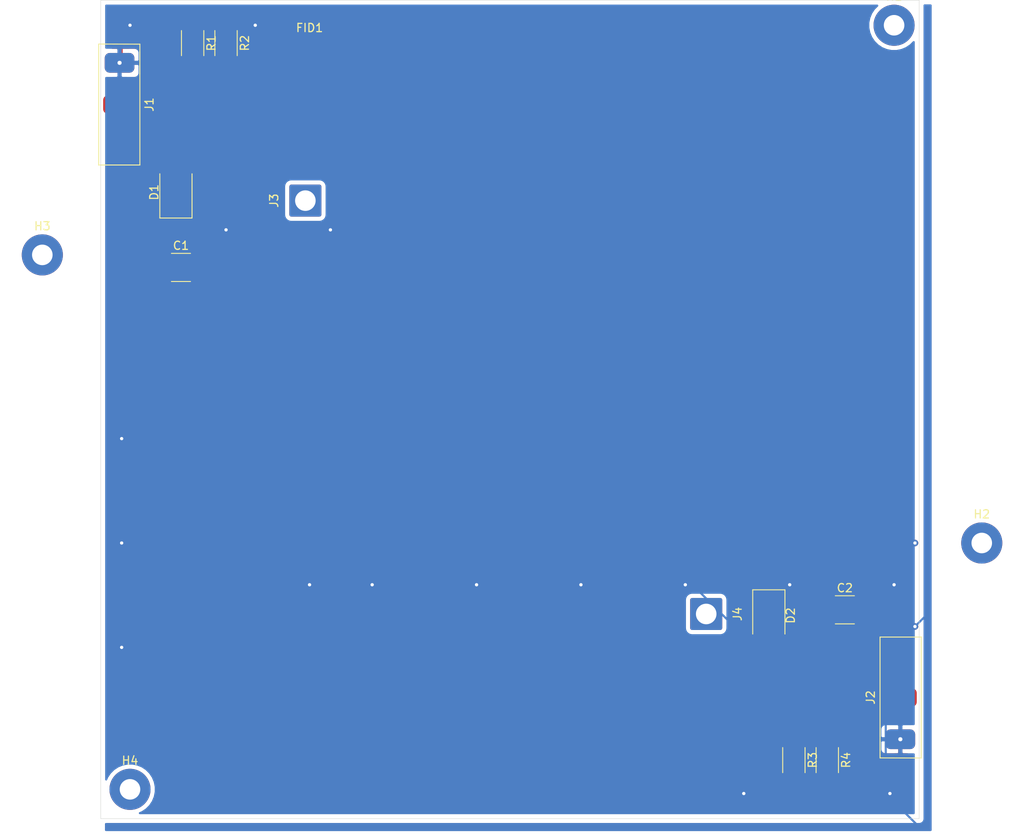
<source format=kicad_pcb>
(kicad_pcb (version 20171130) (host pcbnew "(5.1.10)-1")

  (general
    (thickness 1.6)
    (drawings 6)
    (tracks 75)
    (zones 0)
    (modules 17)
    (nets 7)
  )

  (page A4)
  (layers
    (0 F.Cu signal)
    (31 B.Cu signal hide)
    (32 B.Adhes user hide)
    (33 F.Adhes user hide)
    (34 B.Paste user hide)
    (35 F.Paste user hide)
    (36 B.SilkS user hide)
    (37 F.SilkS user hide)
    (38 B.Mask user hide)
    (39 F.Mask user hide)
    (40 Dwgs.User user hide)
    (41 Cmts.User user hide)
    (42 Eco1.User user hide)
    (43 Eco2.User user)
    (44 Edge.Cuts user)
    (45 Margin user hide)
    (46 B.CrtYd user)
    (47 F.CrtYd user)
    (48 B.Fab user)
    (49 F.Fab user)
  )

  (setup
    (last_trace_width 2.1844)
    (user_trace_width 1.0922)
    (user_trace_width 2.1844)
    (trace_clearance 0.2)
    (zone_clearance 1.27)
    (zone_45_only no)
    (trace_min 0.2)
    (via_size 0.8)
    (via_drill 0.4)
    (via_min_size 0.4)
    (via_min_drill 0.3)
    (user_via 1 0.3)
    (uvia_size 0.3)
    (uvia_drill 0.1)
    (uvias_allowed no)
    (uvia_min_size 0.2)
    (uvia_min_drill 0.1)
    (edge_width 0.05)
    (segment_width 0.2)
    (pcb_text_width 0.3)
    (pcb_text_size 1.5 1.5)
    (mod_edge_width 0.12)
    (mod_text_size 1 1)
    (mod_text_width 0.15)
    (pad_size 1.524 1.524)
    (pad_drill 0.762)
    (pad_to_mask_clearance 0)
    (aux_axis_origin 0 0)
    (visible_elements 7FFFFF7F)
    (pcbplotparams
      (layerselection 0x010fc_ffffffff)
      (usegerberextensions false)
      (usegerberattributes true)
      (usegerberadvancedattributes true)
      (creategerberjobfile true)
      (excludeedgelayer true)
      (linewidth 0.100000)
      (plotframeref false)
      (viasonmask false)
      (mode 1)
      (useauxorigin false)
      (hpglpennumber 1)
      (hpglpenspeed 20)
      (hpglpendiameter 15.000000)
      (psnegative false)
      (psa4output false)
      (plotreference true)
      (plotvalue true)
      (plotinvisibletext false)
      (padsonsilk false)
      (subtractmaskfromsilk false)
      (outputformat 1)
      (mirror false)
      (drillshape 1)
      (scaleselection 1)
      (outputdirectory ""))
  )

  (net 0 "")
  (net 1 GND)
  (net 2 /Fwd_Out)
  (net 3 /Refl_Out)
  (net 4 /Fwd)
  (net 5 /Reflect)
  (net 6 /Signal)

  (net_class Default "This is the default net class."
    (clearance 0.2)
    (trace_width 0.25)
    (via_dia 0.8)
    (via_drill 0.4)
    (uvia_dia 0.3)
    (uvia_drill 0.1)
    (add_net /Fwd)
    (add_net /Fwd_Out)
    (add_net /Refl_Out)
    (add_net /Reflect)
    (add_net /Signal)
    (add_net GND)
  )

  (module MountingHole:MountingHole_2.5mm_Pad_TopBottom (layer F.Cu) (tedit 56D1B4CB) (tstamp 61935893)
    (at 54.356 121.412)
    (descr "Mounting Hole 2.5mm")
    (tags "mounting hole 2.5mm")
    (path /61938214)
    (attr virtual)
    (fp_text reference H4 (at 0 -3.5) (layer F.SilkS)
      (effects (font (size 1 1) (thickness 0.15)))
    )
    (fp_text value MountingHole (at 0 4.572) (layer F.Fab)
      (effects (font (size 1 1) (thickness 0.15)))
    )
    (fp_text user %R (at 0.3 0) (layer F.Fab)
      (effects (font (size 1 1) (thickness 0.15)))
    )
    (fp_circle (center 0 0) (end 2.5 0) (layer Cmts.User) (width 0.15))
    (fp_circle (center 0 0) (end 2.75 0) (layer F.CrtYd) (width 0.05))
    (pad 1 connect circle (at 0 0) (size 5 5) (layers B.Cu B.Mask))
    (pad 1 connect circle (at 0 0) (size 5 5) (layers F.Cu F.Mask))
    (pad 1 thru_hole circle (at 0 0) (size 2.9 2.9) (drill 2.5) (layers *.Cu *.Mask))
  )

  (module MountingHole:MountingHole_2.5mm_Pad_TopBottom (layer F.Cu) (tedit 56D1B4CB) (tstamp 61935889)
    (at 43.688 56.388)
    (descr "Mounting Hole 2.5mm")
    (tags "mounting hole 2.5mm")
    (path /61937EEC)
    (attr virtual)
    (fp_text reference H3 (at 0 -3.5) (layer F.SilkS)
      (effects (font (size 1 1) (thickness 0.15)))
    )
    (fp_text value MountingHole (at 0 3.5) (layer F.Fab)
      (effects (font (size 1 1) (thickness 0.15)))
    )
    (fp_text user %R (at 0.3 0) (layer F.Fab)
      (effects (font (size 1 1) (thickness 0.15)))
    )
    (fp_circle (center 0 0) (end 2.5 0) (layer Cmts.User) (width 0.15))
    (fp_circle (center 0 0) (end 2.75 0) (layer F.CrtYd) (width 0.05))
    (pad 1 connect circle (at 0 0) (size 5 5) (layers B.Cu B.Mask))
    (pad 1 connect circle (at 0 0) (size 5 5) (layers F.Cu F.Mask))
    (pad 1 thru_hole circle (at 0 0) (size 2.9 2.9) (drill 2.5) (layers *.Cu *.Mask))
  )

  (module MountingHole:MountingHole_2.5mm_Pad_TopBottom (layer F.Cu) (tedit 56D1B4CB) (tstamp 6193587F)
    (at 157.988 91.44)
    (descr "Mounting Hole 2.5mm")
    (tags "mounting hole 2.5mm")
    (path /61937A9B)
    (attr virtual)
    (fp_text reference H2 (at 0 -3.5) (layer F.SilkS)
      (effects (font (size 1 1) (thickness 0.15)))
    )
    (fp_text value MountingHole (at 0 3.5) (layer F.Fab)
      (effects (font (size 1 1) (thickness 0.15)))
    )
    (fp_text user %R (at 0.3 0) (layer F.Fab)
      (effects (font (size 1 1) (thickness 0.15)))
    )
    (fp_circle (center 0 0) (end 2.5 0) (layer Cmts.User) (width 0.15))
    (fp_circle (center 0 0) (end 2.75 0) (layer F.CrtYd) (width 0.05))
    (pad 1 connect circle (at 0 0) (size 5 5) (layers B.Cu B.Mask))
    (pad 1 connect circle (at 0 0) (size 5 5) (layers F.Cu F.Mask))
    (pad 1 thru_hole circle (at 0 0) (size 2.9 2.9) (drill 2.5) (layers *.Cu *.Mask))
  )

  (module MountingHole:MountingHole_2.5mm_Pad_TopBottom (layer F.Cu) (tedit 56D1B4CB) (tstamp 61935875)
    (at 147.32 28.448)
    (descr "Mounting Hole 2.5mm")
    (tags "mounting hole 2.5mm")
    (path /619372E4)
    (attr virtual)
    (fp_text reference H1 (at 0 -3.5) (layer F.SilkS)
      (effects (font (size 1 1) (thickness 0.15)))
    )
    (fp_text value MountingHole (at 0 3.5) (layer F.Fab)
      (effects (font (size 1 1) (thickness 0.15)))
    )
    (fp_text user %R (at 0.3 0) (layer F.Fab)
      (effects (font (size 1 1) (thickness 0.15)))
    )
    (fp_circle (center 0 0) (end 2.5 0) (layer Cmts.User) (width 0.15))
    (fp_circle (center 0 0) (end 2.75 0) (layer F.CrtYd) (width 0.05))
    (pad 1 connect circle (at 0 0) (size 5 5) (layers B.Cu B.Mask))
    (pad 1 connect circle (at 0 0) (size 5 5) (layers F.Cu F.Mask))
    (pad 1 thru_hole circle (at 0 0) (size 2.9 2.9) (drill 2.5) (layers *.Cu *.Mask))
  )

  (module Fiducial:Fiducial_0.5mm_Mask1.5mm (layer F.Cu) (tedit 5C18D139) (tstamp 61935E1B)
    (at 76.2 30.48)
    (descr "Circular Fiducial, 0.5mm bare copper, 1.5mm soldermask opening")
    (tags fiducial)
    (path /61938A0B)
    (attr smd)
    (fp_text reference FID1 (at 0 -1.7145) (layer F.SilkS)
      (effects (font (size 1 1) (thickness 0.15)))
    )
    (fp_text value Fiducial (at 0 1.7145) (layer F.Fab)
      (effects (font (size 1 1) (thickness 0.15)))
    )
    (fp_text user %R (at 0 0) (layer F.Fab)
      (effects (font (size 0.2 0.2) (thickness 0.04)))
    )
    (fp_circle (center 0 0) (end 0.75 0) (layer F.Fab) (width 0.1))
    (fp_circle (center 0 0) (end 1 0) (layer F.CrtYd) (width 0.05))
    (pad "" smd circle (at 0 0) (size 0.5 0.5) (layers F.Cu F.Mask)
      (solder_mask_margin 0.5) (clearance 0.5))
  )

  (module Diode_SMD:D_1812_4532Metric_Pad1.30x3.40mm_HandSolder (layer F.Cu) (tedit 5F68FEF0) (tstamp 619248F9)
    (at 132.08 100.269 270)
    (descr "Diode SMD 1812 (4532 Metric), square (rectangular) end terminal, IPC_7351 nominal, (Body size source: https://www.nikhef.nl/pub/departments/mt/projects/detectorR_D/dtddice/ERJ2G.pdf), generated with kicad-footprint-generator")
    (tags "diode handsolder")
    (path /6192C38C)
    (attr smd)
    (fp_text reference D2 (at 0 -2.65 90) (layer F.SilkS)
      (effects (font (size 1 1) (thickness 0.15)))
    )
    (fp_text value D (at 0 2.65 90) (layer F.Fab)
      (effects (font (size 1 1) (thickness 0.15)))
    )
    (fp_line (start 3.12 1.95) (end -3.12 1.95) (layer F.CrtYd) (width 0.05))
    (fp_line (start 3.12 -1.95) (end 3.12 1.95) (layer F.CrtYd) (width 0.05))
    (fp_line (start -3.12 -1.95) (end 3.12 -1.95) (layer F.CrtYd) (width 0.05))
    (fp_line (start -3.12 1.95) (end -3.12 -1.95) (layer F.CrtYd) (width 0.05))
    (fp_line (start -3.135 1.96) (end 2.25 1.96) (layer F.SilkS) (width 0.12))
    (fp_line (start -3.135 -1.96) (end -3.135 1.96) (layer F.SilkS) (width 0.12))
    (fp_line (start 2.25 -1.96) (end -3.135 -1.96) (layer F.SilkS) (width 0.12))
    (fp_line (start 2.25 1.6) (end 2.25 -1.6) (layer F.Fab) (width 0.1))
    (fp_line (start -2.25 1.6) (end 2.25 1.6) (layer F.Fab) (width 0.1))
    (fp_line (start -2.25 -0.8) (end -2.25 1.6) (layer F.Fab) (width 0.1))
    (fp_line (start -1.45 -1.6) (end -2.25 -0.8) (layer F.Fab) (width 0.1))
    (fp_line (start 2.25 -1.6) (end -1.45 -1.6) (layer F.Fab) (width 0.1))
    (fp_text user %R (at -4.7115 0 180) (layer F.Fab)
      (effects (font (size 1 1) (thickness 0.15)))
    )
    (pad 2 smd roundrect (at 2.225 0 270) (size 1.3 3.4) (layers F.Cu F.Paste F.Mask) (roundrect_rratio 0.192308)
      (net 5 /Reflect))
    (pad 1 smd roundrect (at -2.225 0 270) (size 1.3 3.4) (layers F.Cu F.Paste F.Mask) (roundrect_rratio 0.192308)
      (net 3 /Refl_Out))
    (model ${KISYS3DMOD}/Diode_SMD.3dshapes/D_1812_4532Metric.wrl
      (at (xyz 0 0 0))
      (scale (xyz 1 1 1))
      (rotate (xyz 0 0 0))
    )
  )

  (module Diode_SMD:D_1812_4532Metric_Pad1.30x3.40mm_HandSolder (layer F.Cu) (tedit 5F68FEF0) (tstamp 6192B0AF)
    (at 59.944 48.768 90)
    (descr "Diode SMD 1812 (4532 Metric), square (rectangular) end terminal, IPC_7351 nominal, (Body size source: https://www.nikhef.nl/pub/departments/mt/projects/detectorR_D/dtddice/ERJ2G.pdf), generated with kicad-footprint-generator")
    (tags "diode handsolder")
    (path /6192CED5)
    (attr smd)
    (fp_text reference D1 (at 0 -2.65 90) (layer F.SilkS)
      (effects (font (size 1 1) (thickness 0.15)))
    )
    (fp_text value D (at 0 2.65 90) (layer F.Fab)
      (effects (font (size 1 1) (thickness 0.15)))
    )
    (fp_line (start 3.12 1.95) (end -3.12 1.95) (layer F.CrtYd) (width 0.05))
    (fp_line (start 3.12 -1.95) (end 3.12 1.95) (layer F.CrtYd) (width 0.05))
    (fp_line (start -3.12 -1.95) (end 3.12 -1.95) (layer F.CrtYd) (width 0.05))
    (fp_line (start -3.12 1.95) (end -3.12 -1.95) (layer F.CrtYd) (width 0.05))
    (fp_line (start -3.135 1.96) (end 2.25 1.96) (layer F.SilkS) (width 0.12))
    (fp_line (start -3.135 -1.96) (end -3.135 1.96) (layer F.SilkS) (width 0.12))
    (fp_line (start 2.25 -1.96) (end -3.135 -1.96) (layer F.SilkS) (width 0.12))
    (fp_line (start 2.25 1.6) (end 2.25 -1.6) (layer F.Fab) (width 0.1))
    (fp_line (start -2.25 1.6) (end 2.25 1.6) (layer F.Fab) (width 0.1))
    (fp_line (start -2.25 -0.8) (end -2.25 1.6) (layer F.Fab) (width 0.1))
    (fp_line (start -1.45 -1.6) (end -2.25 -0.8) (layer F.Fab) (width 0.1))
    (fp_line (start 2.25 -1.6) (end -1.45 -1.6) (layer F.Fab) (width 0.1))
    (fp_text user %R (at -2.4005 -3.048 90) (layer F.Fab)
      (effects (font (size 1 1) (thickness 0.15)))
    )
    (pad 2 smd roundrect (at 2.225 0 90) (size 1.3 3.4) (layers F.Cu F.Paste F.Mask) (roundrect_rratio 0.192308)
      (net 4 /Fwd))
    (pad 1 smd roundrect (at -2.225 0 90) (size 1.3 3.4) (layers F.Cu F.Paste F.Mask) (roundrect_rratio 0.192308)
      (net 2 /Fwd_Out))
    (model ${KISYS3DMOD}/Diode_SMD.3dshapes/D_1812_4532Metric.wrl
      (at (xyz 0 0 0))
      (scale (xyz 1 1 1))
      (rotate (xyz 0 0 0))
    )
  )

  (module SWR_01:SolderWire-2sqmm_1 (layer F.Cu) (tedit 61923774) (tstamp 619270AC)
    (at 124.46 100.076 270)
    (descr "Soldered wire connection, for 6 times 2 mm² wires, reinforced insulation, conductor diameter 2mm, outer diameter 3.9mm, size source Multi-Contact FLEXI-xV 2.0 (https://ec.staubli.com/AcroFiles/Catalogues/TM_Cab-Main-11014119_(en)_hi.pdf), bend radius 3 times outer diameter, generated with kicad-footprint-generator")
    (tags "connector wire 2sqmm")
    (path /61934961)
    (attr virtual)
    (fp_text reference J4 (at 0 -3.81 90) (layer F.SilkS)
      (effects (font (size 1 1) (thickness 0.15)))
    )
    (fp_text value Conn_01x01_Female (at 0 3.81 90) (layer F.Fab)
      (effects (font (size 1 1) (thickness 0.15)))
    )
    (fp_circle (center 0 0) (end 1.95 0) (layer F.Fab) (width 0.1))
    (fp_line (start -2.7 -2.45) (end -2.7 2.45) (layer F.CrtYd) (width 0.05))
    (fp_line (start -2.7 2.45) (end 2.7 2.45) (layer F.CrtYd) (width 0.05))
    (fp_line (start 2.7 2.45) (end 2.7 -2.45) (layer F.CrtYd) (width 0.05))
    (fp_line (start 2.7 -2.45) (end -2.7 -2.45) (layer F.CrtYd) (width 0.05))
    (fp_text user %R (at 3.81 0 180) (layer F.Fab)
      (effects (font (size 1 1) (thickness 0.15)))
    )
    (pad 1 thru_hole roundrect (at 0 0 270) (size 3.9 3.9) (drill 2.5) (layers *.Cu *.Mask) (roundrect_rratio 0.06410299999999999)
      (net 3 /Refl_Out))
    (model ${KISYS3DMOD}/Connector_Wire.3dshapes/SolderWire-2sqmm_1x06_P7.8mm_D2mm_OD3.9mm.wrl
      (at (xyz 0 0 0))
      (scale (xyz 1 1 1))
      (rotate (xyz 0 0 0))
    )
  )

  (module SWR_01:SolderWire-2sqmm_1 (layer F.Cu) (tedit 61923774) (tstamp 619270A1)
    (at 75.692 49.784 90)
    (descr "Soldered wire connection, for 6 times 2 mm² wires, reinforced insulation, conductor diameter 2mm, outer diameter 3.9mm, size source Multi-Contact FLEXI-xV 2.0 (https://ec.staubli.com/AcroFiles/Catalogues/TM_Cab-Main-11014119_(en)_hi.pdf), bend radius 3 times outer diameter, generated with kicad-footprint-generator")
    (tags "connector wire 2sqmm")
    (path /619370E9)
    (attr virtual)
    (fp_text reference J3 (at 0 -3.81 90) (layer F.SilkS)
      (effects (font (size 1 1) (thickness 0.15)))
    )
    (fp_text value Conn_01x01_Female (at 0 3.81 90) (layer F.Fab)
      (effects (font (size 1 1) (thickness 0.15)))
    )
    (fp_circle (center 0 0) (end 1.95 0) (layer F.Fab) (width 0.1))
    (fp_line (start -2.7 -2.45) (end -2.7 2.45) (layer F.CrtYd) (width 0.05))
    (fp_line (start -2.7 2.45) (end 2.7 2.45) (layer F.CrtYd) (width 0.05))
    (fp_line (start 2.7 2.45) (end 2.7 -2.45) (layer F.CrtYd) (width 0.05))
    (fp_line (start 2.7 -2.45) (end -2.7 -2.45) (layer F.CrtYd) (width 0.05))
    (fp_text user %R (at 3.81 0 180) (layer F.Fab)
      (effects (font (size 1 1) (thickness 0.15)))
    )
    (pad 1 thru_hole roundrect (at 0 0 90) (size 3.9 3.9) (drill 2.5) (layers *.Cu *.Mask) (roundrect_rratio 0.06410299999999999)
      (net 2 /Fwd_Out))
    (model ${KISYS3DMOD}/Connector_Wire.3dshapes/SolderWire-2sqmm_1x06_P7.8mm_D2mm_OD3.9mm.wrl
      (at (xyz 0 0 0))
      (scale (xyz 1 1 1))
      (rotate (xyz 0 0 0))
    )
  )

  (module Capacitor_SMD:C_1812_4532Metric_Pad1.57x3.40mm_HandSolder (layer F.Cu) (tedit 5F68FEEF) (tstamp 61934D2F)
    (at 60.5575 57.912)
    (descr "Capacitor SMD 1812 (4532 Metric), square (rectangular) end terminal, IPC_7351 nominal with elongated pad for handsoldering. (Body size source: IPC-SM-782 page 76, https://www.pcb-3d.com/wordpress/wp-content/uploads/ipc-sm-782a_amendment_1_and_2.pdf), generated with kicad-footprint-generator")
    (tags "capacitor handsolder")
    (path /6192E190)
    (attr smd)
    (fp_text reference C1 (at 0 -2.65) (layer F.SilkS)
      (effects (font (size 1 1) (thickness 0.15)))
    )
    (fp_text value 10n (at 0 2.65) (layer F.Fab)
      (effects (font (size 1 1) (thickness 0.15)))
    )
    (fp_line (start 3.18 1.95) (end -3.18 1.95) (layer F.CrtYd) (width 0.05))
    (fp_line (start 3.18 -1.95) (end 3.18 1.95) (layer F.CrtYd) (width 0.05))
    (fp_line (start -3.18 -1.95) (end 3.18 -1.95) (layer F.CrtYd) (width 0.05))
    (fp_line (start -3.18 1.95) (end -3.18 -1.95) (layer F.CrtYd) (width 0.05))
    (fp_line (start -1.161252 1.71) (end 1.161252 1.71) (layer F.SilkS) (width 0.12))
    (fp_line (start -1.161252 -1.71) (end 1.161252 -1.71) (layer F.SilkS) (width 0.12))
    (fp_line (start 2.25 1.6) (end -2.25 1.6) (layer F.Fab) (width 0.1))
    (fp_line (start 2.25 -1.6) (end 2.25 1.6) (layer F.Fab) (width 0.1))
    (fp_line (start -2.25 -1.6) (end 2.25 -1.6) (layer F.Fab) (width 0.1))
    (fp_line (start -2.25 1.6) (end -2.25 -1.6) (layer F.Fab) (width 0.1))
    (fp_text user %R (at 0 0) (layer F.Fab)
      (effects (font (size 1 1) (thickness 0.15)))
    )
    (pad 1 smd roundrect (at -2.1375 0) (size 1.575 3.4) (layers F.Cu F.Paste F.Mask) (roundrect_rratio 0.15873)
      (net 2 /Fwd_Out))
    (pad 2 smd roundrect (at 2.1375 0) (size 1.575 3.4) (layers F.Cu F.Paste F.Mask) (roundrect_rratio 0.15873)
      (net 1 GND))
    (model ${KISYS3DMOD}/Capacitor_SMD.3dshapes/C_1812_4532Metric.wrl
      (at (xyz 0 0 0))
      (scale (xyz 1 1 1))
      (rotate (xyz 0 0 0))
    )
  )

  (module Capacitor_SMD:C_1812_4532Metric_Pad1.57x3.40mm_HandSolder (layer F.Cu) (tedit 5F68FEEF) (tstamp 61934D40)
    (at 141.3295 99.568)
    (descr "Capacitor SMD 1812 (4532 Metric), square (rectangular) end terminal, IPC_7351 nominal with elongated pad for handsoldering. (Body size source: IPC-SM-782 page 76, https://www.pcb-3d.com/wordpress/wp-content/uploads/ipc-sm-782a_amendment_1_and_2.pdf), generated with kicad-footprint-generator")
    (tags "capacitor handsolder")
    (path /6192EE40)
    (attr smd)
    (fp_text reference C2 (at 0 -2.65) (layer F.SilkS)
      (effects (font (size 1 1) (thickness 0.15)))
    )
    (fp_text value 10n (at 0 2.65) (layer F.Fab)
      (effects (font (size 1 1) (thickness 0.15)))
    )
    (fp_text user %R (at 0 0) (layer F.Fab)
      (effects (font (size 1 1) (thickness 0.15)))
    )
    (fp_line (start -2.25 1.6) (end -2.25 -1.6) (layer F.Fab) (width 0.1))
    (fp_line (start -2.25 -1.6) (end 2.25 -1.6) (layer F.Fab) (width 0.1))
    (fp_line (start 2.25 -1.6) (end 2.25 1.6) (layer F.Fab) (width 0.1))
    (fp_line (start 2.25 1.6) (end -2.25 1.6) (layer F.Fab) (width 0.1))
    (fp_line (start -1.161252 -1.71) (end 1.161252 -1.71) (layer F.SilkS) (width 0.12))
    (fp_line (start -1.161252 1.71) (end 1.161252 1.71) (layer F.SilkS) (width 0.12))
    (fp_line (start -3.18 1.95) (end -3.18 -1.95) (layer F.CrtYd) (width 0.05))
    (fp_line (start -3.18 -1.95) (end 3.18 -1.95) (layer F.CrtYd) (width 0.05))
    (fp_line (start 3.18 -1.95) (end 3.18 1.95) (layer F.CrtYd) (width 0.05))
    (fp_line (start 3.18 1.95) (end -3.18 1.95) (layer F.CrtYd) (width 0.05))
    (pad 2 smd roundrect (at 2.1375 0) (size 1.575 3.4) (layers F.Cu F.Paste F.Mask) (roundrect_rratio 0.15873)
      (net 3 /Refl_Out))
    (pad 1 smd roundrect (at -2.1375 0) (size 1.575 3.4) (layers F.Cu F.Paste F.Mask) (roundrect_rratio 0.15873)
      (net 1 GND))
    (model ${KISYS3DMOD}/Capacitor_SMD.3dshapes/C_1812_4532Metric.wrl
      (at (xyz 0 0 0))
      (scale (xyz 1 1 1))
      (rotate (xyz 0 0 0))
    )
  )

  (module SWR_01:BNC_Custom_01_SMT (layer F.Cu) (tedit 619342A6) (tstamp 61934D4F)
    (at 54.356 38.1 90)
    (descr "dual independently isolated BNC plug (https://www.amphenolrf.com/downloads/dl/file/id/2980/product/644/031_6575_customer_drawing.pdf)")
    (tags "Dual BNC Amphenol Horizontal")
    (path /61922C47)
    (fp_text reference J1 (at 0 2.35 90) (layer F.SilkS)
      (effects (font (size 1 1) (thickness 0.15)))
    )
    (fp_text value Conn_Coaxial (at 0 -5.08 270) (layer F.Fab)
      (effects (font (size 1 1) (thickness 0.15)))
    )
    (fp_line (start -7.2 1.05) (end 7.2 1.05) (layer F.Fab) (width 0.1))
    (fp_line (start 7.2 1.05) (end 7.2 -3.302) (layer F.Fab) (width 0.1))
    (fp_line (start 7.2 -3.302) (end -7.2 -3.302) (layer F.Fab) (width 0.1))
    (fp_line (start -7.2 -3.302) (end -7.2 1.05) (layer F.Fab) (width 0.1))
    (fp_line (start -7.366 -3.81) (end 7.334 -3.81) (layer F.SilkS) (width 0.12))
    (fp_line (start 7.366 -3.81) (end 7.35 1.2) (layer F.SilkS) (width 0.12))
    (fp_line (start 7.35 1.2) (end -7.35 1.2) (layer F.SilkS) (width 0.12))
    (fp_line (start -7.35 1.2) (end -7.35 -3.81) (layer F.SilkS) (width 0.12))
    (fp_text user %R (at -4.064 -0.508 90) (layer F.Fab)
      (effects (font (size 1 1) (thickness 0.15)))
    )
    (pad 1 connect roundrect (at 0 -1.016 90) (size 2.2 4.5) (layers F.Cu F.Mask) (roundrect_rratio 0.25)
      (net 6 /Signal))
    (pad 2 thru_hole roundrect (at 5.08 -1.27 90) (size 2.4 3.6) (drill 0.5) (layers *.Cu *.Mask) (roundrect_rratio 0.25)
      (net 1 GND))
    (model ${KISYS3DMOD}/Connector_Coaxial.3dshapes/BNC_Amphenol_031-6575_Horizontal.wrl
      (at (xyz 0 0 0))
      (scale (xyz 1 1 1))
      (rotate (xyz 0 0 0))
    )
  )

  (module SWR_01:BNC_Custom_01_SMT (layer F.Cu) (tedit 619342A6) (tstamp 61934D5E)
    (at 146.812 110.236 270)
    (descr "dual independently isolated BNC plug (https://www.amphenolrf.com/downloads/dl/file/id/2980/product/644/031_6575_customer_drawing.pdf)")
    (tags "Dual BNC Amphenol Horizontal")
    (path /61926341)
    (fp_text reference J2 (at 0 2.35 90) (layer F.SilkS)
      (effects (font (size 1 1) (thickness 0.15)))
    )
    (fp_text value Conn_Coaxial (at 1.016 -5.08 270) (layer F.Fab)
      (effects (font (size 1 1) (thickness 0.15)))
    )
    (fp_text user %R (at -4.064 -0.508 90) (layer F.Fab)
      (effects (font (size 1 1) (thickness 0.15)))
    )
    (fp_line (start -7.35 1.2) (end -7.35 -3.81) (layer F.SilkS) (width 0.12))
    (fp_line (start 7.35 1.2) (end -7.35 1.2) (layer F.SilkS) (width 0.12))
    (fp_line (start 7.366 -3.81) (end 7.35 1.2) (layer F.SilkS) (width 0.12))
    (fp_line (start -7.366 -3.81) (end 7.334 -3.81) (layer F.SilkS) (width 0.12))
    (fp_line (start -7.2 -3.302) (end -7.2 1.05) (layer F.Fab) (width 0.1))
    (fp_line (start 7.2 -3.302) (end -7.2 -3.302) (layer F.Fab) (width 0.1))
    (fp_line (start 7.2 1.05) (end 7.2 -3.302) (layer F.Fab) (width 0.1))
    (fp_line (start -7.2 1.05) (end 7.2 1.05) (layer F.Fab) (width 0.1))
    (pad 2 thru_hole roundrect (at 5.08 -1.27 270) (size 2.4 3.6) (drill 0.5) (layers *.Cu *.Mask) (roundrect_rratio 0.25)
      (net 1 GND))
    (pad 1 connect roundrect (at 0 -1.016 270) (size 2.2 4.5) (layers F.Cu F.Mask) (roundrect_rratio 0.25)
      (net 6 /Signal))
    (model ${KISYS3DMOD}/Connector_Coaxial.3dshapes/BNC_Amphenol_031-6575_Horizontal.wrl
      (at (xyz 0 0 0))
      (scale (xyz 1 1 1))
      (rotate (xyz 0 0 0))
    )
  )

  (module SWR_01:R_2010_5025Metric_HandSolder (layer F.Cu) (tedit 5F68FEEE) (tstamp 61934D6F)
    (at 61.976 30.62 270)
    (descr "Resistor SMD 2010 (5025 Metric), square (rectangular) end terminal, IPC_7351 nominal with elongated pad for handsoldering. (Body size source: IPC-SM-782 page 72, https://www.pcb-3d.com/wordpress/wp-content/uploads/ipc-sm-782a_amendment_1_and_2.pdf), generated with kicad-footprint-generator")
    (tags "resistor handsolder")
    (path /6192ACBF)
    (attr smd)
    (fp_text reference R1 (at 0 -2.28 90) (layer F.SilkS)
      (effects (font (size 1 1) (thickness 0.15)))
    )
    (fp_text value 100 (at 0 2.28 90) (layer F.Fab)
      (effects (font (size 1 1) (thickness 0.15)))
    )
    (fp_line (start 3.35 1.58) (end -3.35 1.58) (layer F.CrtYd) (width 0.05))
    (fp_line (start 3.35 -1.58) (end 3.35 1.58) (layer F.CrtYd) (width 0.05))
    (fp_line (start -3.35 -1.58) (end 3.35 -1.58) (layer F.CrtYd) (width 0.05))
    (fp_line (start -3.35 1.58) (end -3.35 -1.58) (layer F.CrtYd) (width 0.05))
    (fp_line (start -1.527064 1.36) (end 1.527064 1.36) (layer F.SilkS) (width 0.12))
    (fp_line (start -1.527064 -1.36) (end 1.527064 -1.36) (layer F.SilkS) (width 0.12))
    (fp_line (start 2.5 1.25) (end -2.5 1.25) (layer F.Fab) (width 0.1))
    (fp_line (start 2.5 -1.25) (end 2.5 1.25) (layer F.Fab) (width 0.1))
    (fp_line (start -2.5 -1.25) (end 2.5 -1.25) (layer F.Fab) (width 0.1))
    (fp_line (start -2.5 1.25) (end -2.5 -1.25) (layer F.Fab) (width 0.1))
    (fp_text user %R (at 5.22 0 180) (layer F.Fab)
      (effects (font (size 1 1) (thickness 0.15)))
    )
    (pad 1 smd roundrect (at -2.4 0 270) (size 1.4 2.65) (layers F.Cu F.Paste F.Mask) (roundrect_rratio 0.178571)
      (net 1 GND))
    (pad 2 smd roundrect (at 2.4 0 270) (size 1.4 2.65) (layers F.Cu F.Paste F.Mask) (roundrect_rratio 0.178571)
      (net 5 /Reflect))
    (model ${KISYS3DMOD}/Resistor_SMD.3dshapes/R_2010_5025Metric.wrl
      (at (xyz 0 0 0))
      (scale (xyz 1 1 1))
      (rotate (xyz 0 0 0))
    )
  )

  (module SWR_01:R_2010_5025Metric_HandSolder (layer F.Cu) (tedit 5F68FEEE) (tstamp 619351B2)
    (at 66.04 30.62 270)
    (descr "Resistor SMD 2010 (5025 Metric), square (rectangular) end terminal, IPC_7351 nominal with elongated pad for handsoldering. (Body size source: IPC-SM-782 page 72, https://www.pcb-3d.com/wordpress/wp-content/uploads/ipc-sm-782a_amendment_1_and_2.pdf), generated with kicad-footprint-generator")
    (tags "resistor handsolder")
    (path /6192B850)
    (attr smd)
    (fp_text reference R2 (at 0 -2.28 90) (layer F.SilkS)
      (effects (font (size 1 1) (thickness 0.15)))
    )
    (fp_text value 100 (at 0 -2.54 90) (layer F.Fab)
      (effects (font (size 1 1) (thickness 0.15)))
    )
    (fp_text user %R (at 4.94 0 180) (layer F.Fab)
      (effects (font (size 1 1) (thickness 0.15)))
    )
    (fp_line (start -2.5 1.25) (end -2.5 -1.25) (layer F.Fab) (width 0.1))
    (fp_line (start -2.5 -1.25) (end 2.5 -1.25) (layer F.Fab) (width 0.1))
    (fp_line (start 2.5 -1.25) (end 2.5 1.25) (layer F.Fab) (width 0.1))
    (fp_line (start 2.5 1.25) (end -2.5 1.25) (layer F.Fab) (width 0.1))
    (fp_line (start -1.527064 -1.36) (end 1.527064 -1.36) (layer F.SilkS) (width 0.12))
    (fp_line (start -1.527064 1.36) (end 1.527064 1.36) (layer F.SilkS) (width 0.12))
    (fp_line (start -3.35 1.58) (end -3.35 -1.58) (layer F.CrtYd) (width 0.05))
    (fp_line (start -3.35 -1.58) (end 3.35 -1.58) (layer F.CrtYd) (width 0.05))
    (fp_line (start 3.35 -1.58) (end 3.35 1.58) (layer F.CrtYd) (width 0.05))
    (fp_line (start 3.35 1.58) (end -3.35 1.58) (layer F.CrtYd) (width 0.05))
    (pad 2 smd roundrect (at 2.4 0 270) (size 1.4 2.65) (layers F.Cu F.Paste F.Mask) (roundrect_rratio 0.178571)
      (net 5 /Reflect))
    (pad 1 smd roundrect (at -2.4 0 270) (size 1.4 2.65) (layers F.Cu F.Paste F.Mask) (roundrect_rratio 0.178571)
      (net 1 GND))
    (model ${KISYS3DMOD}/Resistor_SMD.3dshapes/R_2010_5025Metric.wrl
      (at (xyz 0 0 0))
      (scale (xyz 1 1 1))
      (rotate (xyz 0 0 0))
    )
  )

  (module SWR_01:R_2010_5025Metric_HandSolder (layer F.Cu) (tedit 5F68FEEE) (tstamp 61934D91)
    (at 135.128 117.856 270)
    (descr "Resistor SMD 2010 (5025 Metric), square (rectangular) end terminal, IPC_7351 nominal with elongated pad for handsoldering. (Body size source: IPC-SM-782 page 72, https://www.pcb-3d.com/wordpress/wp-content/uploads/ipc-sm-782a_amendment_1_and_2.pdf), generated with kicad-footprint-generator")
    (tags "resistor handsolder")
    (path /6192A854)
    (attr smd)
    (fp_text reference R3 (at 0 -2.28 90) (layer F.SilkS)
      (effects (font (size 1 1) (thickness 0.15)))
    )
    (fp_text value 100 (at 0 2.28 90) (layer F.Fab)
      (effects (font (size 1 1) (thickness 0.15)))
    )
    (fp_text user %R (at -5.956 0 180) (layer F.Fab)
      (effects (font (size 1 1) (thickness 0.15)))
    )
    (fp_line (start -2.5 1.25) (end -2.5 -1.25) (layer F.Fab) (width 0.1))
    (fp_line (start -2.5 -1.25) (end 2.5 -1.25) (layer F.Fab) (width 0.1))
    (fp_line (start 2.5 -1.25) (end 2.5 1.25) (layer F.Fab) (width 0.1))
    (fp_line (start 2.5 1.25) (end -2.5 1.25) (layer F.Fab) (width 0.1))
    (fp_line (start -1.527064 -1.36) (end 1.527064 -1.36) (layer F.SilkS) (width 0.12))
    (fp_line (start -1.527064 1.36) (end 1.527064 1.36) (layer F.SilkS) (width 0.12))
    (fp_line (start -3.35 1.58) (end -3.35 -1.58) (layer F.CrtYd) (width 0.05))
    (fp_line (start -3.35 -1.58) (end 3.35 -1.58) (layer F.CrtYd) (width 0.05))
    (fp_line (start 3.35 -1.58) (end 3.35 1.58) (layer F.CrtYd) (width 0.05))
    (fp_line (start 3.35 1.58) (end -3.35 1.58) (layer F.CrtYd) (width 0.05))
    (pad 2 smd roundrect (at 2.4 0 270) (size 1.4 2.65) (layers F.Cu F.Paste F.Mask) (roundrect_rratio 0.178571)
      (net 1 GND))
    (pad 1 smd roundrect (at -2.4 0 270) (size 1.4 2.65) (layers F.Cu F.Paste F.Mask) (roundrect_rratio 0.178571)
      (net 4 /Fwd))
    (model ${KISYS3DMOD}/Resistor_SMD.3dshapes/R_2010_5025Metric.wrl
      (at (xyz 0 0 0))
      (scale (xyz 1 1 1))
      (rotate (xyz 0 0 0))
    )
  )

  (module SWR_01:R_2010_5025Metric_HandSolder (layer F.Cu) (tedit 5F68FEEE) (tstamp 61934DA2)
    (at 139.192 117.856 270)
    (descr "Resistor SMD 2010 (5025 Metric), square (rectangular) end terminal, IPC_7351 nominal with elongated pad for handsoldering. (Body size source: IPC-SM-782 page 72, https://www.pcb-3d.com/wordpress/wp-content/uploads/ipc-sm-782a_amendment_1_and_2.pdf), generated with kicad-footprint-generator")
    (tags "resistor handsolder")
    (path /61929F6D)
    (attr smd)
    (fp_text reference R4 (at 0 -2.28 90) (layer F.SilkS)
      (effects (font (size 1 1) (thickness 0.15)))
    )
    (fp_text value 100 (at -0.368 -2.54 90) (layer F.Fab)
      (effects (font (size 1 1) (thickness 0.15)))
    )
    (fp_line (start 3.35 1.58) (end -3.35 1.58) (layer F.CrtYd) (width 0.05))
    (fp_line (start 3.35 -1.58) (end 3.35 1.58) (layer F.CrtYd) (width 0.05))
    (fp_line (start -3.35 -1.58) (end 3.35 -1.58) (layer F.CrtYd) (width 0.05))
    (fp_line (start -3.35 1.58) (end -3.35 -1.58) (layer F.CrtYd) (width 0.05))
    (fp_line (start -1.527064 1.36) (end 1.527064 1.36) (layer F.SilkS) (width 0.12))
    (fp_line (start -1.527064 -1.36) (end 1.527064 -1.36) (layer F.SilkS) (width 0.12))
    (fp_line (start 2.5 1.25) (end -2.5 1.25) (layer F.Fab) (width 0.1))
    (fp_line (start 2.5 -1.25) (end 2.5 1.25) (layer F.Fab) (width 0.1))
    (fp_line (start -2.5 -1.25) (end 2.5 -1.25) (layer F.Fab) (width 0.1))
    (fp_line (start -2.5 1.25) (end -2.5 -1.25) (layer F.Fab) (width 0.1))
    (fp_text user %R (at -5.956 0.508 180) (layer F.Fab)
      (effects (font (size 1 1) (thickness 0.15)))
    )
    (pad 1 smd roundrect (at -2.4 0 270) (size 1.4 2.65) (layers F.Cu F.Paste F.Mask) (roundrect_rratio 0.178571)
      (net 4 /Fwd))
    (pad 2 smd roundrect (at 2.4 0 270) (size 1.4 2.65) (layers F.Cu F.Paste F.Mask) (roundrect_rratio 0.178571)
      (net 1 GND))
    (model ${KISYS3DMOD}/Resistor_SMD.3dshapes/R_2010_5025Metric.wrl
      (at (xyz 0 0 0))
      (scale (xyz 1 1 1))
      (rotate (xyz 0 0 0))
    )
  )

  (dimension 101.6 (width 0.15) (layer Dwgs.User)
    (gr_text "101.600 mm" (at 101.6 26.7) (layer Dwgs.User)
      (effects (font (size 1 1) (thickness 0.15)))
    )
    (feature1 (pts (xy 152.4 25.4) (xy 152.4 25.986421)))
    (feature2 (pts (xy 50.8 25.4) (xy 50.8 25.986421)))
    (crossbar (pts (xy 50.8 25.4) (xy 152.4 25.4)))
    (arrow1a (pts (xy 152.4 25.4) (xy 151.273496 25.986421)))
    (arrow1b (pts (xy 152.4 25.4) (xy 151.273496 24.813579)))
    (arrow2a (pts (xy 50.8 25.4) (xy 51.926504 25.986421)))
    (arrow2b (pts (xy 50.8 25.4) (xy 51.926504 24.813579)))
  )
  (dimension 1.016 (width 0.15) (layer Dwgs.User)
    (gr_text "1.016 mm" (at 151.1 24.892 270) (layer Dwgs.User)
      (effects (font (size 1 1) (thickness 0.15)))
    )
    (feature1 (pts (xy 152.4 25.4) (xy 151.813579 25.4)))
    (feature2 (pts (xy 152.4 24.384) (xy 151.813579 24.384)))
    (crossbar (pts (xy 152.4 24.384) (xy 152.4 25.4)))
    (arrow1a (pts (xy 152.4 25.4) (xy 151.813579 24.273496)))
    (arrow1b (pts (xy 152.4 25.4) (xy 152.986421 24.273496)))
    (arrow2a (pts (xy 152.4 24.384) (xy 151.813579 25.510504)))
    (arrow2b (pts (xy 152.4 24.384) (xy 152.986421 25.510504)))
  )
  (gr_line (start 150.368 25.4) (end 50.8 25.4) (layer Edge.Cuts) (width 0.05) (tstamp 61923217))
  (gr_line (start 150.368 124.968) (end 150.368 25.4) (layer Edge.Cuts) (width 0.05))
  (gr_line (start 50.8 124.968) (end 150.368 124.968) (layer Edge.Cuts) (width 0.05) (tstamp 61935A79))
  (gr_line (start 50.8 25.4) (end 50.8 124.968) (layer Edge.Cuts) (width 0.05))

  (segment (start 150.368 125.984) (end 146.304 121.92) (width 0.25) (layer B.Cu) (net 1))
  (segment (start 146.304 105.156) (end 151.384 100.076) (width 0.25) (layer B.Cu) (net 1))
  (segment (start 146.304 121.92) (end 146.304 105.156) (width 0.25) (layer B.Cu) (net 1))
  (segment (start 131.422812 105.156) (end 79.098812 52.832) (width 0.25) (layer B.Cu) (net 1))
  (segment (start 146.304 105.156) (end 131.422812 105.156) (width 0.25) (layer B.Cu) (net 1))
  (segment (start 64.516 52.832) (end 51.816 52.832) (width 0.25) (layer B.Cu) (net 1))
  (segment (start 79.098812 52.832) (end 64.516 52.832) (width 0.25) (layer B.Cu) (net 1))
  (via (at 149.86 91.44) (size 0.8) (drill 0.4) (layers F.Cu B.Cu) (net 1))
  (via (at 149.86 101.6) (size 0.8) (drill 0.4) (layers F.Cu B.Cu) (net 1))
  (via (at 147.32 96.52) (size 0.8) (drill 0.4) (layers F.Cu B.Cu) (net 1))
  (via (at 134.62 96.52) (size 0.8) (drill 0.4) (layers F.Cu B.Cu) (net 1))
  (via (at 121.92 96.52) (size 0.8) (drill 0.4) (layers F.Cu B.Cu) (net 1))
  (via (at 109.22 96.52) (size 0.8) (drill 0.4) (layers F.Cu B.Cu) (net 1))
  (via (at 96.52 96.52) (size 0.8) (drill 0.4) (layers F.Cu B.Cu) (net 1))
  (via (at 83.82 96.52) (size 0.8) (drill 0.4) (layers F.Cu B.Cu) (net 1))
  (via (at 76.2 96.52) (size 0.8) (drill 0.4) (layers F.Cu B.Cu) (net 1))
  (via (at 66.04 53.34) (size 0.8) (drill 0.4) (layers F.Cu B.Cu) (net 1))
  (via (at 78.74 53.34) (size 0.8) (drill 0.4) (layers F.Cu B.Cu) (net 1))
  (via (at 53.34 78.74) (size 0.8) (drill 0.4) (layers F.Cu B.Cu) (net 1))
  (via (at 53.34 91.44) (size 0.8) (drill 0.4) (layers F.Cu B.Cu) (net 1))
  (via (at 53.34 104.14) (size 0.8) (drill 0.4) (layers F.Cu B.Cu) (net 1))
  (segment (start 66.04 28.22) (end 66.04 27.432) (width 0.25) (layer F.Cu) (net 1))
  (segment (start 53.34 32.766) (end 53.086 33.02) (width 0.25) (layer F.Cu) (net 1))
  (segment (start 53.34 27.432) (end 53.34 32.766) (width 0.25) (layer F.Cu) (net 1))
  (segment (start 61.976 27.94) (end 61.976 27.432) (width 0.25) (layer F.Cu) (net 1))
  (segment (start 61.976 27.432) (end 53.34 27.432) (width 0.25) (layer F.Cu) (net 1))
  (segment (start 66.04 27.432) (end 61.976 27.432) (width 0.25) (layer F.Cu) (net 1))
  (via (at 54.356 28.448) (size 0.8) (drill 0.4) (layers F.Cu B.Cu) (net 1))
  (via (at 69.596 28.448) (size 0.8) (drill 0.4) (layers F.Cu B.Cu) (net 1))
  (segment (start 148.082 115.316) (end 148.082 122.174) (width 0.25) (layer F.Cu) (net 1))
  (segment (start 148.082 122.174) (end 147.32 122.936) (width 0.25) (layer F.Cu) (net 1))
  (segment (start 147.32 122.936) (end 138.176 122.936) (width 0.25) (layer F.Cu) (net 1))
  (segment (start 137.16 121.92) (end 137.16 120.116) (width 0.25) (layer F.Cu) (net 1))
  (segment (start 138.176 122.936) (end 137.16 121.92) (width 0.25) (layer F.Cu) (net 1))
  (segment (start 138.176 122.936) (end 133.096 122.936) (width 0.25) (layer F.Cu) (net 1))
  (segment (start 132.08 121.92) (end 132.08 120.116) (width 0.25) (layer F.Cu) (net 1))
  (segment (start 133.096 122.936) (end 132.08 121.92) (width 0.25) (layer F.Cu) (net 1))
  (via (at 129.032 121.92) (size 0.8) (drill 0.4) (layers F.Cu B.Cu) (net 1))
  (via (at 146.812 121.92) (size 0.8) (drill 0.4) (layers F.Cu B.Cu) (net 1))
  (segment (start 136.652 113.792) (end 139.7 113.792) (width 2.1844) (layer F.Cu) (net 4))
  (segment (start 135.128 115.456) (end 135.128 113.792) (width 0.25) (layer F.Cu) (net 4))
  (segment (start 135.128 113.792) (end 136.652 113.792) (width 2.1844) (layer F.Cu) (net 4))
  (segment (start 139.192 114.3) (end 139.7 113.792) (width 0.25) (layer F.Cu) (net 4))
  (segment (start 139.192 115.456) (end 139.192 114.3) (width 0.25) (layer F.Cu) (net 4))
  (segment (start 64.516 113.792) (end 132.08 113.792) (width 2.1844) (layer F.Cu) (net 4))
  (segment (start 59.436 108.712) (end 64.516 113.792) (width 2.1844) (layer F.Cu) (net 4))
  (segment (start 59.436 77.216) (end 59.436 108.712) (width 2.1844) (layer F.Cu) (net 4))
  (segment (start 63.5 73.152) (end 59.436 77.216) (width 2.1844) (layer F.Cu) (net 4))
  (segment (start 136.144 73.152) (end 63.5 73.152) (width 2.1844) (layer F.Cu) (net 4))
  (segment (start 132.08 113.792) (end 135.128 113.792) (width 2.1844) (layer F.Cu) (net 4))
  (segment (start 139.192 70.104) (end 136.144 73.152) (width 2.1844) (layer F.Cu) (net 4))
  (segment (start 139.192 44.704) (end 139.192 70.104) (width 2.1844) (layer F.Cu) (net 4))
  (segment (start 136.144 41.656) (end 139.192 44.704) (width 2.1844) (layer F.Cu) (net 4))
  (segment (start 61.468 41.656) (end 136.144 41.656) (width 2.1844) (layer F.Cu) (net 4))
  (segment (start 133.539951 33.592049) (end 133.604 33.656098) (width 0.25) (layer F.Cu) (net 5))
  (segment (start 61.976 34.036) (end 61.468 34.544) (width 0.25) (layer F.Cu) (net 5))
  (segment (start 61.976 32.74) (end 61.976 34.036) (width 0.25) (layer F.Cu) (net 5))
  (segment (start 66.04 33.02) (end 66.04 34.544) (width 0.25) (layer F.Cu) (net 5))
  (segment (start 61.468 34.544) (end 66.04 34.544) (width 2.1844) (layer F.Cu) (net 5))
  (segment (start 69.088 80.264) (end 66.548 82.804) (width 2.1844) (layer F.Cu) (net 5))
  (segment (start 141.732 80.264) (end 69.088 80.264) (width 2.1844) (layer F.Cu) (net 5))
  (segment (start 146.304 75.692) (end 141.732 80.264) (width 2.1844) (layer F.Cu) (net 5))
  (segment (start 146.304 39.116) (end 146.304 75.692) (width 2.1844) (layer F.Cu) (net 5))
  (segment (start 141.732 34.544) (end 146.304 39.116) (width 2.1844) (layer F.Cu) (net 5))
  (segment (start 66.04 34.544) (end 141.732 34.544) (width 2.1844) (layer F.Cu) (net 5))
  (segment (start 70.612 105.664) (end 139.7 105.664) (width 2.1844) (layer F.Cu) (net 5))
  (segment (start 66.04 110.236) (end 147.828 110.236) (width 2.1844) (layer F.Cu) (net 6))
  (segment (start 62.992 107.188) (end 66.04 110.236) (width 2.1844) (layer F.Cu) (net 6))
  (segment (start 62.992 79.756) (end 62.992 107.188) (width 2.1844) (layer F.Cu) (net 6))
  (segment (start 66.04 76.708) (end 62.992 79.756) (width 2.1844) (layer F.Cu) (net 6))
  (segment (start 138.176 76.708) (end 66.04 76.708) (width 2.1844) (layer F.Cu) (net 6))
  (segment (start 142.748 72.136) (end 138.176 76.708) (width 2.1844) (layer F.Cu) (net 6))
  (segment (start 142.748 42.164) (end 142.748 72.136) (width 2.1844) (layer F.Cu) (net 6))
  (segment (start 138.684 38.1) (end 142.748 42.164) (width 2.1844) (layer F.Cu) (net 6))
  (segment (start 53.34 38.1) (end 138.684 38.1) (width 2.1844) (layer F.Cu) (net 6))

  (zone (net 1) (net_name GND) (layer B.Cu) (tstamp 0) (hatch edge 0.508)
    (connect_pads (clearance 0.508))
    (min_thickness 0.254)
    (fill yes (arc_segments 32) (thermal_gap 0.508) (thermal_bridge_width 0.508))
    (polygon
      (pts
        (xy 151.892 25.908) (xy 151.892 126.492) (xy 51.308 126.492) (xy 51.308 25.908) (xy 54.356 25.908)
      )
    )
    (filled_polygon
      (pts
        (xy 151.765 126.365) (xy 51.435 126.365) (xy 51.435 125.628) (xy 150.335581 125.628) (xy 150.368 125.631193)
        (xy 150.400419 125.628) (xy 150.497383 125.61845) (xy 150.621793 125.58071) (xy 150.73645 125.519425) (xy 150.836948 125.436948)
        (xy 150.919425 125.33645) (xy 150.98071 125.221793) (xy 151.01845 125.097383) (xy 151.031193 124.968) (xy 151.028 124.935581)
        (xy 151.028 26.035) (xy 151.765 26.035)
      )
    )
    (filled_polygon
      (pts
        (xy 144.884886 26.449554) (xy 144.541799 26.963021) (xy 144.305476 27.533554) (xy 144.185 28.139229) (xy 144.185 28.756771)
        (xy 144.305476 29.362446) (xy 144.541799 29.932979) (xy 144.884886 30.446446) (xy 145.321554 30.883114) (xy 145.835021 31.226201)
        (xy 146.405554 31.462524) (xy 147.011229 31.583) (xy 147.628771 31.583) (xy 148.234446 31.462524) (xy 148.804979 31.226201)
        (xy 149.318446 30.883114) (xy 149.708001 30.493559) (xy 149.708 113.478281) (xy 148.36775 113.481) (xy 148.209 113.63975)
        (xy 148.209 115.189) (xy 148.229 115.189) (xy 148.229 115.443) (xy 148.209 115.443) (xy 148.209 116.99225)
        (xy 148.36775 117.151) (xy 149.708 117.153719) (xy 149.708 124.308) (xy 55.556588 124.308) (xy 55.840979 124.190201)
        (xy 56.354446 123.847114) (xy 56.791114 123.410446) (xy 57.134201 122.896979) (xy 57.370524 122.326446) (xy 57.491 121.720771)
        (xy 57.491 121.103229) (xy 57.370524 120.497554) (xy 57.134201 119.927021) (xy 56.791114 119.413554) (xy 56.354446 118.976886)
        (xy 55.840979 118.633799) (xy 55.270446 118.397476) (xy 54.664771 118.277) (xy 54.047229 118.277) (xy 53.441554 118.397476)
        (xy 52.871021 118.633799) (xy 52.357554 118.976886) (xy 51.920886 119.413554) (xy 51.577799 119.927021) (xy 51.46 120.211412)
        (xy 51.46 116.516) (xy 145.643928 116.516) (xy 145.656188 116.640482) (xy 145.692498 116.76018) (xy 145.751463 116.870494)
        (xy 145.830815 116.967185) (xy 145.927506 117.046537) (xy 146.03782 117.105502) (xy 146.157518 117.141812) (xy 146.282 117.154072)
        (xy 147.79625 117.151) (xy 147.955 116.99225) (xy 147.955 115.443) (xy 145.80575 115.443) (xy 145.647 115.60175)
        (xy 145.643928 116.516) (xy 51.46 116.516) (xy 51.46 114.116) (xy 145.643928 114.116) (xy 145.647 115.03025)
        (xy 145.80575 115.189) (xy 147.955 115.189) (xy 147.955 113.63975) (xy 147.79625 113.481) (xy 146.282 113.477928)
        (xy 146.157518 113.490188) (xy 146.03782 113.526498) (xy 145.927506 113.585463) (xy 145.830815 113.664815) (xy 145.751463 113.761506)
        (xy 145.692498 113.87182) (xy 145.656188 113.991518) (xy 145.643928 114.116) (xy 51.46 114.116) (xy 51.46 98.376001)
        (xy 121.871928 98.376001) (xy 121.871928 101.775999) (xy 121.888992 101.949253) (xy 121.939529 102.11585) (xy 122.021595 102.269386)
        (xy 122.132039 102.403961) (xy 122.266614 102.514405) (xy 122.42015 102.596471) (xy 122.586747 102.647008) (xy 122.760001 102.664072)
        (xy 126.159999 102.664072) (xy 126.333253 102.647008) (xy 126.49985 102.596471) (xy 126.653386 102.514405) (xy 126.787961 102.403961)
        (xy 126.898405 102.269386) (xy 126.980471 102.11585) (xy 127.031008 101.949253) (xy 127.048072 101.775999) (xy 127.048072 98.376001)
        (xy 127.031008 98.202747) (xy 126.980471 98.03615) (xy 126.898405 97.882614) (xy 126.787961 97.748039) (xy 126.653386 97.637595)
        (xy 126.49985 97.555529) (xy 126.333253 97.504992) (xy 126.159999 97.487928) (xy 122.760001 97.487928) (xy 122.586747 97.504992)
        (xy 122.42015 97.555529) (xy 122.266614 97.637595) (xy 122.132039 97.748039) (xy 122.021595 97.882614) (xy 121.939529 98.03615)
        (xy 121.888992 98.202747) (xy 121.871928 98.376001) (xy 51.46 98.376001) (xy 51.46 48.084001) (xy 73.103928 48.084001)
        (xy 73.103928 51.483999) (xy 73.120992 51.657253) (xy 73.171529 51.82385) (xy 73.253595 51.977386) (xy 73.364039 52.111961)
        (xy 73.498614 52.222405) (xy 73.65215 52.304471) (xy 73.818747 52.355008) (xy 73.992001 52.372072) (xy 77.391999 52.372072)
        (xy 77.565253 52.355008) (xy 77.73185 52.304471) (xy 77.885386 52.222405) (xy 78.019961 52.111961) (xy 78.130405 51.977386)
        (xy 78.212471 51.82385) (xy 78.263008 51.657253) (xy 78.280072 51.483999) (xy 78.280072 48.084001) (xy 78.263008 47.910747)
        (xy 78.212471 47.74415) (xy 78.130405 47.590614) (xy 78.019961 47.456039) (xy 77.885386 47.345595) (xy 77.73185 47.263529)
        (xy 77.565253 47.212992) (xy 77.391999 47.195928) (xy 73.992001 47.195928) (xy 73.818747 47.212992) (xy 73.65215 47.263529)
        (xy 73.498614 47.345595) (xy 73.364039 47.456039) (xy 73.253595 47.590614) (xy 73.171529 47.74415) (xy 73.120992 47.910747)
        (xy 73.103928 48.084001) (xy 51.46 48.084001) (xy 51.46 34.857719) (xy 52.80025 34.855) (xy 52.959 34.69625)
        (xy 52.959 33.147) (xy 53.213 33.147) (xy 53.213 34.69625) (xy 53.37175 34.855) (xy 54.886 34.858072)
        (xy 55.010482 34.845812) (xy 55.13018 34.809502) (xy 55.240494 34.750537) (xy 55.337185 34.671185) (xy 55.416537 34.574494)
        (xy 55.475502 34.46418) (xy 55.511812 34.344482) (xy 55.524072 34.22) (xy 55.521 33.30575) (xy 55.36225 33.147)
        (xy 53.213 33.147) (xy 52.959 33.147) (xy 52.939 33.147) (xy 52.939 32.893) (xy 52.959 32.893)
        (xy 52.959 31.34375) (xy 53.213 31.34375) (xy 53.213 32.893) (xy 55.36225 32.893) (xy 55.521 32.73425)
        (xy 55.524072 31.82) (xy 55.511812 31.695518) (xy 55.475502 31.57582) (xy 55.416537 31.465506) (xy 55.337185 31.368815)
        (xy 55.240494 31.289463) (xy 55.13018 31.230498) (xy 55.010482 31.194188) (xy 54.886 31.181928) (xy 53.37175 31.185)
        (xy 53.213 31.34375) (xy 52.959 31.34375) (xy 52.80025 31.185) (xy 51.46 31.182281) (xy 51.46 26.06)
        (xy 145.27444 26.06)
      )
    )
  )
  (zone (net 1) (net_name GND) (layer F.Cu) (tstamp 0) (hatch edge 0.508)
    (connect_pads (clearance 1.27))
    (min_thickness 0.254)
    (fill yes (arc_segments 32) (thermal_gap 0.508) (thermal_bridge_width 0.508))
    (polygon
      (pts
        (xy 71.12 28.956) (xy 55.372 28.956) (xy 55.372 34.544) (xy 50.8 34.544) (xy 50.8 25.4)
        (xy 71.12 25.4)
      )
    )
    (filled_polygon
      (pts
        (xy 70.993 28.829) (xy 68.002397 28.829) (xy 68 28.50575) (xy 67.84125 28.347) (xy 66.167 28.347)
        (xy 66.167 28.367) (xy 65.913 28.367) (xy 65.913 28.347) (xy 64.23875 28.347) (xy 64.08 28.50575)
        (xy 64.077603 28.829) (xy 63.938397 28.829) (xy 63.936 28.50575) (xy 63.77725 28.347) (xy 62.103 28.347)
        (xy 62.103 28.367) (xy 61.849 28.367) (xy 61.849 28.347) (xy 60.17475 28.347) (xy 60.016 28.50575)
        (xy 60.013603 28.829) (xy 55.372 28.829) (xy 55.347224 28.83144) (xy 55.323399 28.838667) (xy 55.301443 28.850403)
        (xy 55.282197 28.866197) (xy 55.266403 28.885443) (xy 55.254667 28.907399) (xy 55.24744 28.931224) (xy 55.245 28.956)
        (xy 55.245 31.293161) (xy 55.240494 31.289463) (xy 55.13018 31.230498) (xy 55.010482 31.194188) (xy 54.886 31.181928)
        (xy 53.37175 31.185) (xy 53.213 31.34375) (xy 53.213 32.893) (xy 53.233 32.893) (xy 53.233 33.147)
        (xy 53.213 33.147) (xy 53.213 33.167) (xy 52.959 33.167) (xy 52.959 33.147) (xy 52.939 33.147)
        (xy 52.939 32.893) (xy 52.959 32.893) (xy 52.959 31.34375) (xy 52.80025 31.185) (xy 52.222 31.183827)
        (xy 52.222 27.52) (xy 60.012928 27.52) (xy 60.016 27.93425) (xy 60.17475 28.093) (xy 61.849 28.093)
        (xy 61.849 27.04375) (xy 62.103 27.04375) (xy 62.103 28.093) (xy 63.77725 28.093) (xy 63.936 27.93425)
        (xy 63.939072 27.52) (xy 64.076928 27.52) (xy 64.08 27.93425) (xy 64.23875 28.093) (xy 65.913 28.093)
        (xy 65.913 27.04375) (xy 66.167 27.04375) (xy 66.167 28.093) (xy 67.84125 28.093) (xy 68 27.93425)
        (xy 68.003072 27.52) (xy 67.990812 27.395518) (xy 67.954502 27.27582) (xy 67.895537 27.165506) (xy 67.816185 27.068815)
        (xy 67.719494 26.989463) (xy 67.60918 26.930498) (xy 67.489482 26.894188) (xy 67.365 26.881928) (xy 66.32575 26.885)
        (xy 66.167 27.04375) (xy 65.913 27.04375) (xy 65.75425 26.885) (xy 64.715 26.881928) (xy 64.590518 26.894188)
        (xy 64.47082 26.930498) (xy 64.360506 26.989463) (xy 64.263815 27.068815) (xy 64.184463 27.165506) (xy 64.125498 27.27582)
        (xy 64.089188 27.395518) (xy 64.076928 27.52) (xy 63.939072 27.52) (xy 63.926812 27.395518) (xy 63.890502 27.27582)
        (xy 63.831537 27.165506) (xy 63.752185 27.068815) (xy 63.655494 26.989463) (xy 63.54518 26.930498) (xy 63.425482 26.894188)
        (xy 63.301 26.881928) (xy 62.26175 26.885) (xy 62.103 27.04375) (xy 61.849 27.04375) (xy 61.69025 26.885)
        (xy 60.651 26.881928) (xy 60.526518 26.894188) (xy 60.40682 26.930498) (xy 60.296506 26.989463) (xy 60.199815 27.068815)
        (xy 60.120463 27.165506) (xy 60.061498 27.27582) (xy 60.025188 27.395518) (xy 60.012928 27.52) (xy 52.222 27.52)
        (xy 52.222 26.822) (xy 70.993 26.822)
      )
    )
  )
  (zone (net 1) (net_name GND) (layer F.Cu) (tstamp 0) (hatch edge 0.508)
    (connect_pads (clearance 1.27))
    (min_thickness 0.254)
    (fill yes (arc_segments 32) (thermal_gap 0.508) (thermal_bridge_width 0.508))
    (polygon
      (pts
        (xy 150.368 124.968) (xy 127 124.968) (xy 127 119.38) (xy 145.796 119.38) (xy 145.796 113.792)
        (xy 150.368 113.792)
      )
    )
    (filled_polygon
      (pts
        (xy 148.209 115.189) (xy 148.229 115.189) (xy 148.229 115.443) (xy 148.209 115.443) (xy 148.209 116.99225)
        (xy 148.36775 117.151) (xy 148.946 117.152173) (xy 148.946 123.546) (xy 127.127 123.546) (xy 127.127 120.956)
        (xy 133.164928 120.956) (xy 133.177188 121.080482) (xy 133.213498 121.20018) (xy 133.272463 121.310494) (xy 133.351815 121.407185)
        (xy 133.448506 121.486537) (xy 133.55882 121.545502) (xy 133.678518 121.581812) (xy 133.803 121.594072) (xy 134.84225 121.591)
        (xy 135.001 121.43225) (xy 135.001 120.383) (xy 135.255 120.383) (xy 135.255 121.43225) (xy 135.41375 121.591)
        (xy 136.453 121.594072) (xy 136.577482 121.581812) (xy 136.69718 121.545502) (xy 136.807494 121.486537) (xy 136.904185 121.407185)
        (xy 136.983537 121.310494) (xy 137.042502 121.20018) (xy 137.078812 121.080482) (xy 137.091072 120.956) (xy 137.228928 120.956)
        (xy 137.241188 121.080482) (xy 137.277498 121.20018) (xy 137.336463 121.310494) (xy 137.415815 121.407185) (xy 137.512506 121.486537)
        (xy 137.62282 121.545502) (xy 137.742518 121.581812) (xy 137.867 121.594072) (xy 138.90625 121.591) (xy 139.065 121.43225)
        (xy 139.065 120.383) (xy 139.319 120.383) (xy 139.319 121.43225) (xy 139.47775 121.591) (xy 140.517 121.594072)
        (xy 140.641482 121.581812) (xy 140.76118 121.545502) (xy 140.871494 121.486537) (xy 140.968185 121.407185) (xy 141.047537 121.310494)
        (xy 141.106502 121.20018) (xy 141.142812 121.080482) (xy 141.155072 120.956) (xy 141.152 120.54175) (xy 140.99325 120.383)
        (xy 139.319 120.383) (xy 139.065 120.383) (xy 137.39075 120.383) (xy 137.232 120.54175) (xy 137.228928 120.956)
        (xy 137.091072 120.956) (xy 137.088 120.54175) (xy 136.92925 120.383) (xy 135.255 120.383) (xy 135.001 120.383)
        (xy 133.32675 120.383) (xy 133.168 120.54175) (xy 133.164928 120.956) (xy 127.127 120.956) (xy 127.127 119.507)
        (xy 133.169754 119.507) (xy 133.164928 119.556) (xy 133.168 119.97025) (xy 133.32675 120.129) (xy 135.001 120.129)
        (xy 135.001 120.109) (xy 135.255 120.109) (xy 135.255 120.129) (xy 136.92925 120.129) (xy 137.088 119.97025)
        (xy 137.091072 119.556) (xy 137.086246 119.507) (xy 137.233754 119.507) (xy 137.228928 119.556) (xy 137.232 119.97025)
        (xy 137.39075 120.129) (xy 139.065 120.129) (xy 139.065 120.109) (xy 139.319 120.109) (xy 139.319 120.129)
        (xy 140.99325 120.129) (xy 141.152 119.97025) (xy 141.155072 119.556) (xy 141.150246 119.507) (xy 145.796 119.507)
        (xy 145.820776 119.50456) (xy 145.844601 119.497333) (xy 145.866557 119.485597) (xy 145.885803 119.469803) (xy 145.901597 119.450557)
        (xy 145.913333 119.428601) (xy 145.92056 119.404776) (xy 145.923 119.38) (xy 145.923 117.042839) (xy 145.927506 117.046537)
        (xy 146.03782 117.105502) (xy 146.157518 117.141812) (xy 146.282 117.154072) (xy 147.79625 117.151) (xy 147.955 116.99225)
        (xy 147.955 115.443) (xy 147.935 115.443) (xy 147.935 115.189) (xy 147.955 115.189) (xy 147.955 115.169)
        (xy 148.209 115.169)
      )
    )
  )
)

</source>
